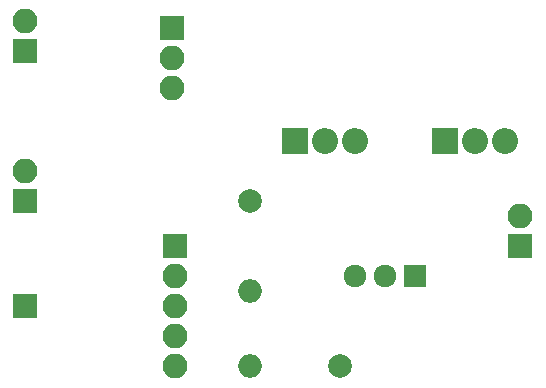
<source format=gbr>
G04 #@! TF.GenerationSoftware,KiCad,Pcbnew,5.0.0-fee4fd1~65~ubuntu17.10.1*
G04 #@! TF.CreationDate,2019-01-01T18:46:40-05:00*
G04 #@! TF.ProjectId,resetter,72657365747465722E6B696361645F70,rev?*
G04 #@! TF.SameCoordinates,Original*
G04 #@! TF.FileFunction,Soldermask,Bot*
G04 #@! TF.FilePolarity,Negative*
%FSLAX46Y46*%
G04 Gerber Fmt 4.6, Leading zero omitted, Abs format (unit mm)*
G04 Created by KiCad (PCBNEW 5.0.0-fee4fd1~65~ubuntu17.10.1) date Tue Jan  1 18:46:40 2019*
%MOMM*%
%LPD*%
G01*
G04 APERTURE LIST*
%ADD10O,2.100000X2.100000*%
%ADD11R,2.100000X2.100000*%
%ADD12O,2.200000X2.200000*%
%ADD13R,2.200000X2.200000*%
%ADD14O,2.000000X2.000000*%
%ADD15C,2.000000*%
%ADD16R,1.920000X1.920000*%
%ADD17C,1.920000*%
G04 APERTURE END LIST*
D10*
G04 #@! TO.C,J1*
X56515000Y-46037500D03*
D11*
X56515000Y-48577500D03*
G04 #@! TD*
G04 #@! TO.C,J2*
X56515000Y-57467500D03*
G04 #@! TD*
G04 #@! TO.C,J3*
X98425000Y-52387500D03*
D10*
X98425000Y-49847500D03*
G04 #@! TD*
G04 #@! TO.C,J4*
X56515000Y-33337500D03*
D11*
X56515000Y-35877500D03*
G04 #@! TD*
D12*
G04 #@! TO.C,Q2*
X84455000Y-43497500D03*
X81915000Y-43497500D03*
D13*
X79375000Y-43497500D03*
G04 #@! TD*
G04 #@! TO.C,Q3*
X92075000Y-43497500D03*
D12*
X94615000Y-43497500D03*
X97155000Y-43497500D03*
G04 #@! TD*
D14*
G04 #@! TO.C,R1*
X75565000Y-62547500D03*
D15*
X83185000Y-62547500D03*
G04 #@! TD*
G04 #@! TO.C,R2*
X75565000Y-48577500D03*
D14*
X75565000Y-56197500D03*
G04 #@! TD*
D10*
G04 #@! TO.C,U1*
X68961000Y-38989000D03*
X68961000Y-36449000D03*
D11*
X68961000Y-33909000D03*
G04 #@! TD*
D10*
G04 #@! TO.C,U2*
X69215000Y-62547500D03*
X69215000Y-60007500D03*
X69215000Y-57467500D03*
X69215000Y-54927500D03*
D11*
X69215000Y-52387500D03*
G04 #@! TD*
D16*
G04 #@! TO.C,Q1*
X89535000Y-54927500D03*
D17*
X84455000Y-54927500D03*
X86995000Y-54927500D03*
G04 #@! TD*
M02*

</source>
